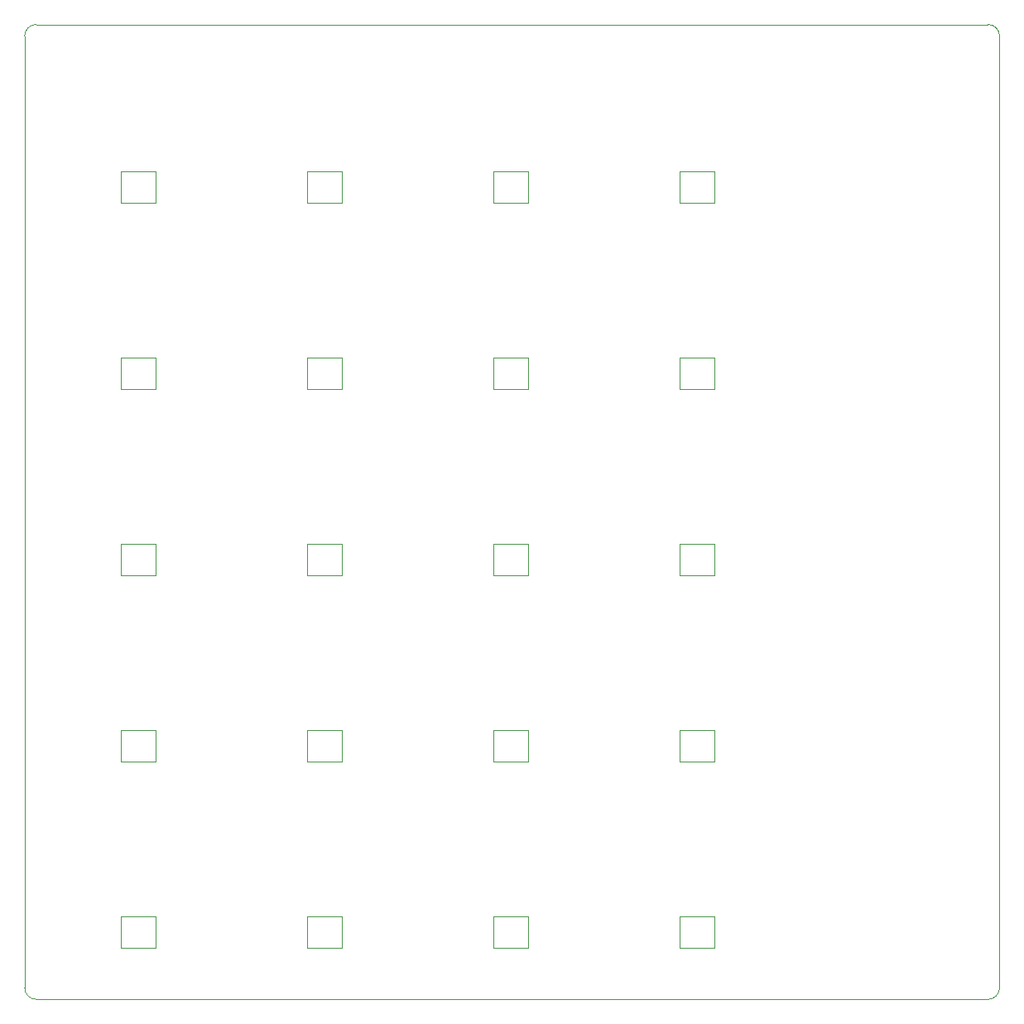
<source format=gbr>
%TF.GenerationSoftware,KiCad,Pcbnew,(5.1.10-1-10_14)*%
%TF.CreationDate,2021-11-10T22:24:01+09:00*%
%TF.ProjectId,macropad,6d616372-6f70-4616-942e-6b696361645f,rev?*%
%TF.SameCoordinates,Original*%
%TF.FileFunction,Profile,NP*%
%FSLAX46Y46*%
G04 Gerber Fmt 4.6, Leading zero omitted, Abs format (unit mm)*
G04 Created by KiCad (PCBNEW (5.1.10-1-10_14)) date 2021-11-10 22:24:01*
%MOMM*%
%LPD*%
G01*
G04 APERTURE LIST*
%TA.AperFunction,Profile*%
%ADD10C,0.050000*%
%TD*%
%TA.AperFunction,Profile*%
%ADD11C,0.120000*%
%TD*%
G04 APERTURE END LIST*
D10*
X26491384Y-200917800D02*
X26491378Y-103584810D01*
X126206144Y-200917800D02*
G75*
G02*
X125015520Y-202108424I-1190624J0D01*
G01*
X27682014Y-202108430D02*
X125015520Y-202108424D01*
X126206144Y-200917800D02*
X126206150Y-103584810D01*
X125015520Y-102394180D02*
G75*
G02*
X126206150Y-103584810I0J-1190630D01*
G01*
X27682014Y-202108430D02*
G75*
G02*
X26491384Y-200917800I0J1190630D01*
G01*
X26491378Y-103584810D02*
G75*
G02*
X27682008Y-102394180I1190630J0D01*
G01*
X27682008Y-102394180D02*
X125015520Y-102394180D01*
D11*
%TO.C,L1*%
X39850000Y-120662000D02*
X36350000Y-120662000D01*
X39850000Y-117462000D02*
X39850000Y-120662000D01*
X36350000Y-117462000D02*
X39850000Y-117462000D01*
X36350000Y-120662000D02*
X36350000Y-117462000D01*
%TO.C,L2*%
X55400000Y-120662000D02*
X55400000Y-117462000D01*
X55400000Y-117462000D02*
X58900000Y-117462000D01*
X58900000Y-117462000D02*
X58900000Y-120662000D01*
X58900000Y-120662000D02*
X55400000Y-120662000D01*
%TO.C,L3*%
X77950000Y-120662000D02*
X74450000Y-120662000D01*
X77950000Y-117462000D02*
X77950000Y-120662000D01*
X74450000Y-117462000D02*
X77950000Y-117462000D01*
X74450000Y-120662000D02*
X74450000Y-117462000D01*
%TO.C,L4*%
X93500000Y-120662000D02*
X93500000Y-117462000D01*
X93500000Y-117462000D02*
X97000000Y-117462000D01*
X97000000Y-117462000D02*
X97000000Y-120662000D01*
X97000000Y-120662000D02*
X93500000Y-120662000D01*
%TO.C,L5*%
X36350000Y-139712000D02*
X36350000Y-136512000D01*
X36350000Y-136512000D02*
X39850000Y-136512000D01*
X39850000Y-136512000D02*
X39850000Y-139712000D01*
X39850000Y-139712000D02*
X36350000Y-139712000D01*
%TO.C,L6*%
X58900000Y-139712000D02*
X55400000Y-139712000D01*
X58900000Y-136512000D02*
X58900000Y-139712000D01*
X55400000Y-136512000D02*
X58900000Y-136512000D01*
X55400000Y-139712000D02*
X55400000Y-136512000D01*
%TO.C,L7*%
X74450000Y-139712000D02*
X74450000Y-136512000D01*
X74450000Y-136512000D02*
X77950000Y-136512000D01*
X77950000Y-136512000D02*
X77950000Y-139712000D01*
X77950000Y-139712000D02*
X74450000Y-139712000D01*
%TO.C,L8*%
X97000000Y-139712000D02*
X93500000Y-139712000D01*
X97000000Y-136512000D02*
X97000000Y-139712000D01*
X93500000Y-136512000D02*
X97000000Y-136512000D01*
X93500000Y-139712000D02*
X93500000Y-136512000D01*
%TO.C,L9*%
X39850000Y-158762000D02*
X36350000Y-158762000D01*
X39850000Y-155562000D02*
X39850000Y-158762000D01*
X36350000Y-155562000D02*
X39850000Y-155562000D01*
X36350000Y-158762000D02*
X36350000Y-155562000D01*
%TO.C,L10*%
X55400000Y-158762000D02*
X55400000Y-155562000D01*
X55400000Y-155562000D02*
X58900000Y-155562000D01*
X58900000Y-155562000D02*
X58900000Y-158762000D01*
X58900000Y-158762000D02*
X55400000Y-158762000D01*
%TO.C,L11*%
X77950000Y-158762000D02*
X74450000Y-158762000D01*
X77950000Y-155562000D02*
X77950000Y-158762000D01*
X74450000Y-155562000D02*
X77950000Y-155562000D01*
X74450000Y-158762000D02*
X74450000Y-155562000D01*
%TO.C,L12*%
X93500000Y-158762000D02*
X93500000Y-155562000D01*
X93500000Y-155562000D02*
X97000000Y-155562000D01*
X97000000Y-155562000D02*
X97000000Y-158762000D01*
X97000000Y-158762000D02*
X93500000Y-158762000D01*
%TO.C,L13*%
X36350000Y-177812000D02*
X36350000Y-174612000D01*
X36350000Y-174612000D02*
X39850000Y-174612000D01*
X39850000Y-174612000D02*
X39850000Y-177812000D01*
X39850000Y-177812000D02*
X36350000Y-177812000D01*
%TO.C,L14*%
X58900000Y-177812000D02*
X55400000Y-177812000D01*
X58900000Y-174612000D02*
X58900000Y-177812000D01*
X55400000Y-174612000D02*
X58900000Y-174612000D01*
X55400000Y-177812000D02*
X55400000Y-174612000D01*
%TO.C,L15*%
X74450000Y-177812000D02*
X74450000Y-174612000D01*
X74450000Y-174612000D02*
X77950000Y-174612000D01*
X77950000Y-174612000D02*
X77950000Y-177812000D01*
X77950000Y-177812000D02*
X74450000Y-177812000D01*
%TO.C,L16*%
X97000000Y-177812000D02*
X93500000Y-177812000D01*
X97000000Y-174612000D02*
X97000000Y-177812000D01*
X93500000Y-174612000D02*
X97000000Y-174612000D01*
X93500000Y-177812000D02*
X93500000Y-174612000D01*
%TO.C,L17*%
X39850000Y-196862000D02*
X36350000Y-196862000D01*
X39850000Y-193662000D02*
X39850000Y-196862000D01*
X36350000Y-193662000D02*
X39850000Y-193662000D01*
X36350000Y-196862000D02*
X36350000Y-193662000D01*
%TO.C,L18*%
X55400000Y-196862000D02*
X55400000Y-193662000D01*
X55400000Y-193662000D02*
X58900000Y-193662000D01*
X58900000Y-193662000D02*
X58900000Y-196862000D01*
X58900000Y-196862000D02*
X55400000Y-196862000D01*
%TO.C,L19*%
X77950000Y-196862000D02*
X74450000Y-196862000D01*
X77950000Y-193662000D02*
X77950000Y-196862000D01*
X74450000Y-193662000D02*
X77950000Y-193662000D01*
X74450000Y-196862000D02*
X74450000Y-193662000D01*
%TO.C,L20*%
X93500000Y-196862000D02*
X93500000Y-193662000D01*
X93500000Y-193662000D02*
X97000000Y-193662000D01*
X97000000Y-193662000D02*
X97000000Y-196862000D01*
X97000000Y-196862000D02*
X93500000Y-196862000D01*
%TD*%
M02*

</source>
